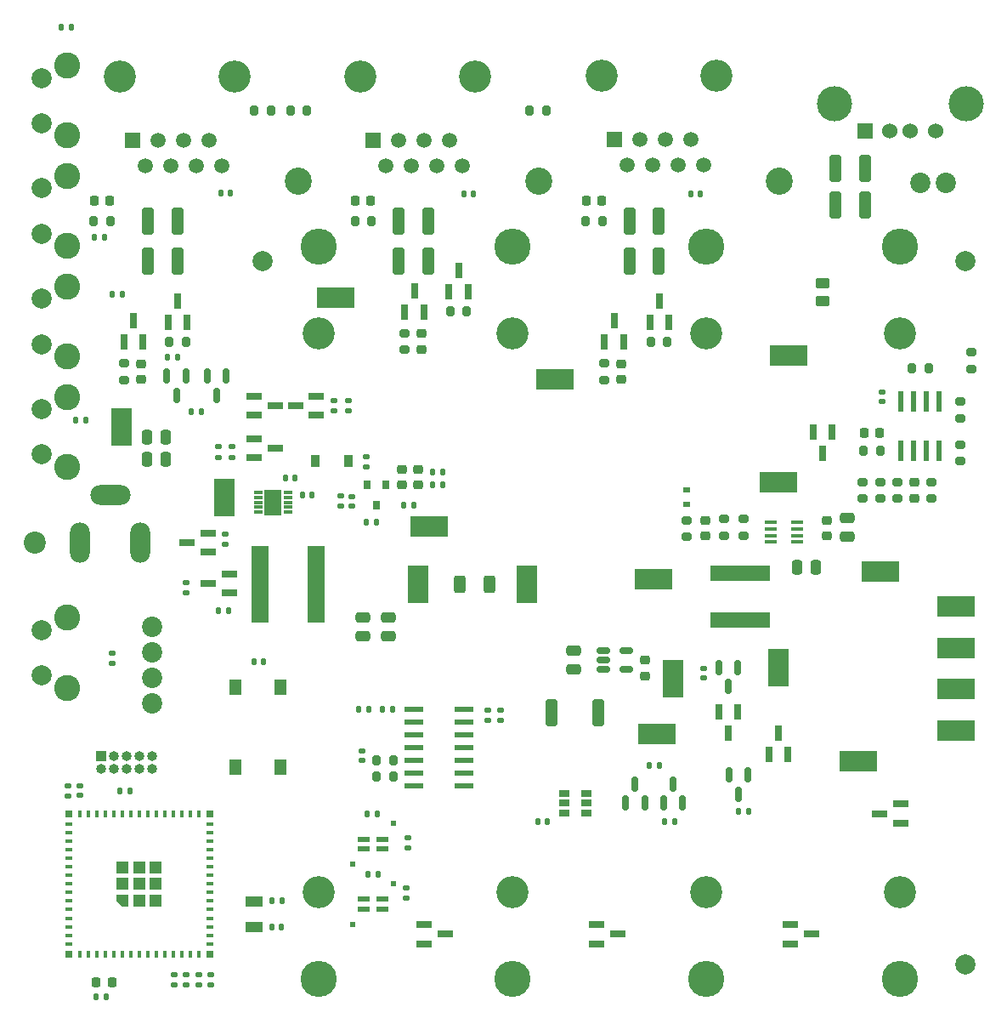
<source format=gts>
G04 #@! TF.GenerationSoftware,KiCad,Pcbnew,(6.0.6)*
G04 #@! TF.CreationDate,2023-10-25T22:22:06+02:00*
G04 #@! TF.ProjectId,SHS_DCDC,5348535f-4443-4444-932e-6b696361645f,rev?*
G04 #@! TF.SameCoordinates,Original*
G04 #@! TF.FileFunction,Soldermask,Top*
G04 #@! TF.FilePolarity,Negative*
%FSLAX46Y46*%
G04 Gerber Fmt 4.6, Leading zero omitted, Abs format (unit mm)*
G04 Created by KiCad (PCBNEW (6.0.6)) date 2023-10-25 22:22:06*
%MOMM*%
%LPD*%
G01*
G04 APERTURE LIST*
G04 Aperture macros list*
%AMRoundRect*
0 Rectangle with rounded corners*
0 $1 Rounding radius*
0 $2 $3 $4 $5 $6 $7 $8 $9 X,Y pos of 4 corners*
0 Add a 4 corners polygon primitive as box body*
4,1,4,$2,$3,$4,$5,$6,$7,$8,$9,$2,$3,0*
0 Add four circle primitives for the rounded corners*
1,1,$1+$1,$2,$3*
1,1,$1+$1,$4,$5*
1,1,$1+$1,$6,$7*
1,1,$1+$1,$8,$9*
0 Add four rect primitives between the rounded corners*
20,1,$1+$1,$2,$3,$4,$5,0*
20,1,$1+$1,$4,$5,$6,$7,0*
20,1,$1+$1,$6,$7,$8,$9,0*
20,1,$1+$1,$8,$9,$2,$3,0*%
%AMFreePoly0*
4,1,6,0.600000,-0.600000,-0.600000,-0.600000,-0.600000,0.000000,0.000000,0.600000,0.600000,0.600000,0.600000,-0.600000,0.600000,-0.600000,$1*%
G04 Aperture macros list end*
%ADD10R,2.030000X3.800000*%
%ADD11C,2.700000*%
%ADD12C,2.000000*%
%ADD13RoundRect,0.200000X-0.275000X0.200000X-0.275000X-0.200000X0.275000X-0.200000X0.275000X0.200000X0*%
%ADD14RoundRect,0.070000X0.300000X-0.650000X0.300000X0.650000X-0.300000X0.650000X-0.300000X-0.650000X0*%
%ADD15RoundRect,0.225000X0.225000X0.250000X-0.225000X0.250000X-0.225000X-0.250000X0.225000X-0.250000X0*%
%ADD16RoundRect,0.250000X0.325000X1.100000X-0.325000X1.100000X-0.325000X-1.100000X0.325000X-1.100000X0*%
%ADD17RoundRect,0.140000X-0.140000X-0.170000X0.140000X-0.170000X0.140000X0.170000X-0.140000X0.170000X0*%
%ADD18R,1.060000X0.650000*%
%ADD19RoundRect,0.250000X0.362500X1.075000X-0.362500X1.075000X-0.362500X-1.075000X0.362500X-1.075000X0*%
%ADD20RoundRect,0.225000X-0.250000X0.225000X-0.250000X-0.225000X0.250000X-0.225000X0.250000X0.225000X0*%
%ADD21RoundRect,0.200000X0.200000X0.275000X-0.200000X0.275000X-0.200000X-0.275000X0.200000X-0.275000X0*%
%ADD22R,0.600000X2.000000*%
%ADD23RoundRect,0.140000X-0.170000X0.140000X-0.170000X-0.140000X0.170000X-0.140000X0.170000X0.140000X0*%
%ADD24RoundRect,0.200000X-0.200000X-0.275000X0.200000X-0.275000X0.200000X0.275000X-0.200000X0.275000X0*%
%ADD25RoundRect,0.200000X0.275000X-0.200000X0.275000X0.200000X-0.275000X0.200000X-0.275000X-0.200000X0*%
%ADD26R,1.200000X0.400000*%
%ADD27RoundRect,0.250000X-0.250000X-0.475000X0.250000X-0.475000X0.250000X0.475000X-0.250000X0.475000X0*%
%ADD28RoundRect,0.250000X-0.475000X0.250000X-0.475000X-0.250000X0.475000X-0.250000X0.475000X0.250000X0*%
%ADD29RoundRect,0.070000X-0.300000X0.650000X-0.300000X-0.650000X0.300000X-0.650000X0.300000X0.650000X0*%
%ADD30RoundRect,0.070000X-0.650000X-0.300000X0.650000X-0.300000X0.650000X0.300000X-0.650000X0.300000X0*%
%ADD31RoundRect,0.070000X0.650000X0.300000X-0.650000X0.300000X-0.650000X-0.300000X0.650000X-0.300000X0*%
%ADD32RoundRect,0.250000X-0.325000X-1.100000X0.325000X-1.100000X0.325000X1.100000X-0.325000X1.100000X0*%
%ADD33RoundRect,0.250000X-0.450000X0.262500X-0.450000X-0.262500X0.450000X-0.262500X0.450000X0.262500X0*%
%ADD34R,5.900000X1.600000*%
%ADD35R,0.800000X0.900000*%
%ADD36RoundRect,0.135000X-0.185000X0.135000X-0.185000X-0.135000X0.185000X-0.135000X0.185000X0.135000X0*%
%ADD37RoundRect,0.135000X0.135000X0.185000X-0.135000X0.185000X-0.135000X-0.185000X0.135000X-0.185000X0*%
%ADD38R,1.800000X7.700000*%
%ADD39RoundRect,0.135000X-0.135000X-0.185000X0.135000X-0.185000X0.135000X0.185000X-0.135000X0.185000X0*%
%ADD40R,0.400000X0.800000*%
%ADD41R,0.800000X0.400000*%
%ADD42R,0.800000X0.800000*%
%ADD43FreePoly0,90.000000*%
%ADD44R,1.200000X1.200000*%
%ADD45RoundRect,0.140000X0.170000X-0.140000X0.170000X0.140000X-0.170000X0.140000X-0.170000X-0.140000X0*%
%ADD46R,3.800000X2.030000*%
%ADD47RoundRect,0.135000X0.185000X-0.135000X0.185000X0.135000X-0.185000X0.135000X-0.185000X-0.135000X0*%
%ADD48RoundRect,0.250000X0.312500X0.625000X-0.312500X0.625000X-0.312500X-0.625000X0.312500X-0.625000X0*%
%ADD49R,0.900000X1.200000*%
%ADD50R,1.970000X0.600000*%
%ADD51RoundRect,0.150000X0.150000X-0.587500X0.150000X0.587500X-0.150000X0.587500X-0.150000X-0.587500X0*%
%ADD52RoundRect,0.140000X0.140000X0.170000X-0.140000X0.170000X-0.140000X-0.170000X0.140000X-0.170000X0*%
%ADD53RoundRect,0.250000X0.475000X-0.250000X0.475000X0.250000X-0.475000X0.250000X-0.475000X-0.250000X0*%
%ADD54RoundRect,0.225000X0.250000X-0.225000X0.250000X0.225000X-0.250000X0.225000X-0.250000X-0.225000X0*%
%ADD55C,0.610000*%
%ADD56RoundRect,0.250000X0.250000X0.475000X-0.250000X0.475000X-0.250000X-0.475000X0.250000X-0.475000X0*%
%ADD57R,1.200000X0.600000*%
%ADD58R,0.700000X0.600000*%
%ADD59RoundRect,0.150000X-0.150000X0.587500X-0.150000X-0.587500X0.150000X-0.587500X0.150000X0.587500X0*%
%ADD60R,1.800000X1.000000*%
%ADD61RoundRect,0.150000X-0.512500X-0.150000X0.512500X-0.150000X0.512500X0.150000X-0.512500X0.150000X0*%
%ADD62RoundRect,0.009000X0.416000X0.141000X-0.416000X0.141000X-0.416000X-0.141000X0.416000X-0.141000X0*%
%ADD63R,1.700000X2.550000*%
%ADD64R,1.300000X1.550000*%
%ADD65R,1.524000X1.524000*%
%ADD66C,1.524000*%
%ADD67C,3.500000*%
%ADD68C,2.200000*%
%ADD69O,2.000000X4.000000*%
%ADD70O,4.000000X2.000000*%
%ADD71C,2.600000*%
%ADD72R,1.000000X1.000000*%
%ADD73O,1.000000X1.000000*%
%ADD74C,3.200000*%
%ADD75R,1.500000X1.500000*%
%ADD76C,1.500000*%
%ADD77C,2.020000*%
%ADD78C,3.600000*%
G04 APERTURE END LIST*
D10*
X65900000Y-66600000D03*
D11*
X76500000Y-17000000D03*
X52500000Y-17000000D03*
X28500000Y-17000000D03*
D12*
X25000000Y-25000000D03*
X95000000Y-25000000D03*
X95000000Y-95000000D03*
D13*
X11200000Y-35175000D03*
X11200000Y-36825000D03*
D14*
X11150000Y-33050000D03*
X13050000Y-33050000D03*
X12100000Y-30950000D03*
X15550000Y-31050000D03*
X17450000Y-31050000D03*
X16500000Y-28950000D03*
D15*
X9775000Y-19000000D03*
X8225000Y-19000000D03*
D16*
X16475000Y-25000000D03*
X13525000Y-25000000D03*
X16475000Y-21000000D03*
X13525000Y-21000000D03*
D17*
X52420000Y-80800000D03*
X53380000Y-80800000D03*
D18*
X57200000Y-79900000D03*
X57200000Y-78950000D03*
X57200000Y-78000000D03*
X55000000Y-78000000D03*
X55000000Y-78950000D03*
X55000000Y-79900000D03*
D19*
X58412500Y-69950000D03*
X53787500Y-69950000D03*
D20*
X12900000Y-35225000D03*
X12900000Y-36775000D03*
D21*
X35825000Y-21000000D03*
X34175000Y-21000000D03*
D20*
X40800000Y-32225000D03*
X40800000Y-33775000D03*
D16*
X41475000Y-21000000D03*
X38525000Y-21000000D03*
X41475000Y-25000000D03*
X38525000Y-25000000D03*
D15*
X35775000Y-19000000D03*
X34225000Y-19000000D03*
X58775000Y-19000000D03*
X57225000Y-19000000D03*
D20*
X60700000Y-35225000D03*
X60700000Y-36775000D03*
D16*
X64475000Y-21000000D03*
X61525000Y-21000000D03*
X64475000Y-25000000D03*
X61525000Y-25000000D03*
D14*
X43550000Y-28050000D03*
X45450000Y-28050000D03*
X44500000Y-25950000D03*
X59050000Y-33050000D03*
X60950000Y-33050000D03*
X60000000Y-30950000D03*
X63550000Y-31050000D03*
X65450000Y-31050000D03*
X64500000Y-28950000D03*
D13*
X39100000Y-32175000D03*
X39100000Y-33825000D03*
D21*
X45325000Y-30000000D03*
X43675000Y-30000000D03*
D13*
X59000000Y-35175000D03*
X59000000Y-36825000D03*
D21*
X65325000Y-33000000D03*
X63675000Y-33000000D03*
X17325000Y-33000000D03*
X15675000Y-33000000D03*
D14*
X39150000Y-30050000D03*
X41050000Y-30050000D03*
X40100000Y-27950000D03*
D21*
X9825000Y-21000000D03*
X8175000Y-21000000D03*
X58825000Y-21000000D03*
X57175000Y-21000000D03*
D22*
X88595000Y-43850000D03*
X89865000Y-43850000D03*
X91135000Y-43850000D03*
X92405000Y-43850000D03*
X92405000Y-38950000D03*
X91135000Y-38950000D03*
X89865000Y-38950000D03*
X88595000Y-38950000D03*
D23*
X86700000Y-38020000D03*
X86700000Y-38980000D03*
D20*
X89900000Y-47025000D03*
X89900000Y-48575000D03*
D13*
X88200000Y-46975000D03*
X88200000Y-48625000D03*
D24*
X84875000Y-43900000D03*
X86525000Y-43900000D03*
D25*
X95600000Y-35725000D03*
X95600000Y-34075000D03*
X94500000Y-40625000D03*
X94500000Y-38975000D03*
D13*
X94500000Y-43275000D03*
X94500000Y-44925000D03*
D25*
X91600000Y-48625000D03*
X91600000Y-46975000D03*
D26*
X78200000Y-52975000D03*
X78200000Y-52325000D03*
X78200000Y-51675000D03*
X78200000Y-51025000D03*
X75600000Y-51025000D03*
X75600000Y-51675000D03*
X75600000Y-52325000D03*
X75600000Y-52975000D03*
D27*
X78200000Y-55500000D03*
X80100000Y-55500000D03*
D25*
X72900000Y-52325000D03*
X72900000Y-50675000D03*
X71000000Y-52325000D03*
X71000000Y-50675000D03*
D28*
X83200000Y-50550000D03*
X83200000Y-52450000D03*
D20*
X81200000Y-50825000D03*
X81200000Y-52375000D03*
D29*
X81750000Y-42050000D03*
X79850000Y-42050000D03*
X80800000Y-44150000D03*
D30*
X77550000Y-91050000D03*
X77550000Y-92950000D03*
X79650000Y-92000000D03*
X58250000Y-91050000D03*
X58250000Y-92950000D03*
X60350000Y-92000000D03*
D31*
X88550000Y-80950000D03*
X88550000Y-79050000D03*
X86450000Y-80000000D03*
D24*
X89675000Y-35700000D03*
X91325000Y-35700000D03*
D15*
X86475000Y-42100000D03*
X84925000Y-42100000D03*
D32*
X82025000Y-19400000D03*
X84975000Y-19400000D03*
D33*
X80800000Y-27187500D03*
X80800000Y-29012500D03*
D32*
X82025000Y-15800000D03*
X84975000Y-15800000D03*
D34*
X72600000Y-56050000D03*
X72600000Y-60750000D03*
D30*
X41050000Y-91050000D03*
X41050000Y-92950000D03*
X43150000Y-92000000D03*
D17*
X27245000Y-46600000D03*
X28205000Y-46600000D03*
D35*
X37260000Y-47300000D03*
X35360000Y-47300000D03*
X36310000Y-49300000D03*
D36*
X35310000Y-44490000D03*
X35310000Y-45510000D03*
D28*
X35000000Y-60450000D03*
X35000000Y-62350000D03*
D37*
X42910000Y-47300000D03*
X41890000Y-47300000D03*
D38*
X30300000Y-57200000D03*
X24700000Y-57200000D03*
D39*
X41890000Y-46000000D03*
X42910000Y-46000000D03*
X39000000Y-49300000D03*
X40020000Y-49300000D03*
D28*
X37500000Y-60450000D03*
X37500000Y-62350000D03*
D40*
X6750000Y-94000000D03*
X7600000Y-94000000D03*
X8450000Y-94000000D03*
X9300000Y-94000000D03*
X10150000Y-94000000D03*
X11000000Y-94000000D03*
X11850000Y-94000000D03*
X12700000Y-94000000D03*
X13550000Y-94000000D03*
X14400000Y-94000000D03*
X15250000Y-94000000D03*
X16100000Y-94000000D03*
X16950000Y-94000000D03*
X17800000Y-94000000D03*
X18650000Y-94000000D03*
D41*
X19700000Y-92950000D03*
X19700000Y-92100000D03*
X19700000Y-91250000D03*
X19700000Y-90400000D03*
X19700000Y-89550000D03*
X19700000Y-88700000D03*
X19700000Y-87850000D03*
X19700000Y-87000000D03*
X19700000Y-86150000D03*
X19700000Y-85300000D03*
X19700000Y-84450000D03*
X19700000Y-83600000D03*
X19700000Y-82750000D03*
X19700000Y-81900000D03*
X19700000Y-81050000D03*
D40*
X18650000Y-80000000D03*
X17800000Y-80000000D03*
X16950000Y-80000000D03*
X16100000Y-80000000D03*
X15250000Y-80000000D03*
X14400000Y-80000000D03*
X13550000Y-80000000D03*
X12700000Y-80000000D03*
X11850000Y-80000000D03*
X11000000Y-80000000D03*
X10150000Y-80000000D03*
X9300000Y-80000000D03*
X8450000Y-80000000D03*
X7600000Y-80000000D03*
X6750000Y-80000000D03*
D41*
X5700000Y-83600000D03*
D42*
X5700000Y-94000000D03*
D43*
X11050000Y-88650000D03*
D41*
X5700000Y-81900000D03*
D42*
X19700000Y-80000000D03*
D44*
X12700000Y-88650000D03*
D41*
X5700000Y-82750000D03*
D42*
X5700000Y-80050000D03*
D44*
X11050000Y-87000000D03*
X14350000Y-87000000D03*
X11050000Y-85350000D03*
D41*
X5700000Y-87000000D03*
D44*
X12700000Y-87000000D03*
X14350000Y-88650000D03*
D41*
X5700000Y-92100000D03*
X5700000Y-87850000D03*
D44*
X12700000Y-85350000D03*
D41*
X5700000Y-81050000D03*
X5700000Y-86150000D03*
X5700000Y-92950000D03*
X5700000Y-90400000D03*
X5700000Y-91250000D03*
D44*
X14350000Y-85350000D03*
D41*
X5700000Y-89550000D03*
X5700000Y-85300000D03*
X5700000Y-84450000D03*
D42*
X19700000Y-94000000D03*
D41*
X5700000Y-88700000D03*
D15*
X9975000Y-96800000D03*
X8425000Y-96800000D03*
D45*
X6800000Y-78180000D03*
X6800000Y-77220000D03*
D46*
X32300000Y-28600000D03*
D47*
X32800000Y-49410000D03*
X32800000Y-48390000D03*
D46*
X64300000Y-72100000D03*
D45*
X10000000Y-65000000D03*
X10000000Y-64040000D03*
D48*
X47562500Y-57200000D03*
X44637500Y-57200000D03*
D49*
X30250000Y-44900000D03*
X33550000Y-44900000D03*
D50*
X40095000Y-69590000D03*
X40095000Y-70860000D03*
X40095000Y-72130000D03*
X40095000Y-73400000D03*
X40095000Y-74670000D03*
X40095000Y-75940000D03*
X40095000Y-77210000D03*
X45045000Y-77210000D03*
X45045000Y-75940000D03*
X45045000Y-74670000D03*
X45045000Y-73400000D03*
X45045000Y-72130000D03*
X45045000Y-70860000D03*
X45045000Y-69590000D03*
D20*
X63100000Y-64725000D03*
X63100000Y-66275000D03*
D21*
X29425000Y-10000000D03*
X27775000Y-10000000D03*
D37*
X5910000Y-1700000D03*
X4890000Y-1700000D03*
D23*
X34900000Y-73720000D03*
X34900000Y-74680000D03*
D36*
X21900000Y-43490000D03*
X21900000Y-44510000D03*
D46*
X84300000Y-74800000D03*
D51*
X64950000Y-78937500D03*
X66850000Y-78937500D03*
X65900000Y-77062500D03*
D46*
X77400000Y-34400000D03*
D52*
X9380000Y-98200000D03*
X8420000Y-98200000D03*
D53*
X56000000Y-65650000D03*
X56000000Y-63750000D03*
D54*
X69100000Y-52375000D03*
X69100000Y-50825000D03*
D37*
X36510000Y-86000000D03*
X35490000Y-86000000D03*
D24*
X24175000Y-10000000D03*
X25825000Y-10000000D03*
D55*
X38050000Y-86950000D03*
X33950000Y-91050000D03*
D46*
X94100000Y-63500000D03*
D56*
X15350000Y-42500000D03*
X13450000Y-42500000D03*
D46*
X94100000Y-71700000D03*
D37*
X11010000Y-28300000D03*
X9990000Y-28300000D03*
D46*
X54100000Y-36800000D03*
D10*
X76400000Y-65500000D03*
D23*
X68900000Y-65520000D03*
X68900000Y-66480000D03*
D57*
X35100000Y-89475000D03*
X36900000Y-89475000D03*
X36900000Y-88525000D03*
X35100000Y-88525000D03*
D46*
X41600000Y-51400000D03*
D29*
X72350000Y-69900000D03*
X70450000Y-69900000D03*
X71400000Y-72000000D03*
D17*
X25920000Y-91300000D03*
X26880000Y-91300000D03*
X20820000Y-18200000D03*
X21780000Y-18200000D03*
X67620000Y-18300000D03*
X68580000Y-18300000D03*
D58*
X67200000Y-47800000D03*
X67200000Y-49200000D03*
D59*
X21350000Y-36462500D03*
X19450000Y-36462500D03*
X20400000Y-38337500D03*
D46*
X94100000Y-67600000D03*
D14*
X75450000Y-74100000D03*
X77350000Y-74100000D03*
X76400000Y-72000000D03*
D59*
X73350000Y-76162500D03*
X71450000Y-76162500D03*
X72400000Y-78037500D03*
D46*
X76400000Y-47000000D03*
D30*
X24150000Y-42650000D03*
X24150000Y-44550000D03*
X26250000Y-43600000D03*
D21*
X37995000Y-76300000D03*
X36345000Y-76300000D03*
D37*
X21610000Y-59800000D03*
X20590000Y-59800000D03*
D54*
X38900000Y-47275000D03*
X38900000Y-45725000D03*
D10*
X40500000Y-57200000D03*
D37*
X64510000Y-75200000D03*
X63490000Y-75200000D03*
D30*
X24150000Y-38450000D03*
X24150000Y-40350000D03*
X26250000Y-39400000D03*
D60*
X24100000Y-88750000D03*
X24100000Y-91250000D03*
D31*
X19550000Y-53950000D03*
X19550000Y-52050000D03*
X17450000Y-53000000D03*
D36*
X39300000Y-87390000D03*
X39300000Y-88410000D03*
D17*
X25940000Y-88700000D03*
X26900000Y-88700000D03*
D21*
X53225000Y-10000000D03*
X51575000Y-10000000D03*
D36*
X5600000Y-77190000D03*
X5600000Y-78210000D03*
X19800000Y-95990000D03*
X19800000Y-97010000D03*
D10*
X10900000Y-41500000D03*
D55*
X38050000Y-80950000D03*
X33950000Y-85050000D03*
D51*
X61150000Y-78937500D03*
X63050000Y-78937500D03*
X62100000Y-77062500D03*
D24*
X36345000Y-74700000D03*
X37995000Y-74700000D03*
D54*
X40500000Y-47275000D03*
X40500000Y-45725000D03*
D17*
X72420000Y-79800000D03*
X73380000Y-79800000D03*
D36*
X21300000Y-52190000D03*
X21300000Y-53210000D03*
D47*
X17400000Y-97010000D03*
X17400000Y-95990000D03*
D59*
X17350000Y-36462500D03*
X15450000Y-36462500D03*
X16400000Y-38337500D03*
D61*
X58962500Y-63750000D03*
X58962500Y-64700000D03*
X58962500Y-65650000D03*
X61237500Y-65650000D03*
X61237500Y-63750000D03*
D37*
X66010000Y-80800000D03*
X64990000Y-80800000D03*
X35580000Y-69600000D03*
X34560000Y-69600000D03*
X9210000Y-22600000D03*
X8190000Y-22600000D03*
D10*
X51300000Y-57200000D03*
D47*
X20600000Y-44510000D03*
X20600000Y-43490000D03*
D46*
X86500000Y-55900000D03*
D25*
X86500000Y-48625000D03*
X86500000Y-46975000D03*
D37*
X7410000Y-40800000D03*
X6390000Y-40800000D03*
D17*
X28945000Y-48300000D03*
X29905000Y-48300000D03*
D23*
X33500000Y-38920000D03*
X33500000Y-39880000D03*
D56*
X15350000Y-44700000D03*
X13450000Y-44700000D03*
D23*
X33900000Y-48420000D03*
X33900000Y-49380000D03*
D31*
X21650000Y-58050000D03*
X21650000Y-56150000D03*
X19550000Y-57100000D03*
D17*
X45020000Y-18300000D03*
X45980000Y-18300000D03*
D13*
X67200000Y-50775000D03*
X67200000Y-52425000D03*
D47*
X18650000Y-97010000D03*
X18650000Y-95990000D03*
D36*
X17400000Y-56990000D03*
X17400000Y-58010000D03*
D10*
X21200000Y-48500000D03*
D52*
X25080000Y-64900000D03*
X24120000Y-64900000D03*
D39*
X17890000Y-40000000D03*
X18910000Y-40000000D03*
X35300000Y-51000000D03*
X36320000Y-51000000D03*
X15490000Y-34600000D03*
X16510000Y-34600000D03*
D59*
X72350000Y-65462500D03*
X70450000Y-65462500D03*
X71400000Y-67337500D03*
D47*
X32100000Y-39910000D03*
X32100000Y-38890000D03*
D39*
X10790000Y-77700000D03*
X11810000Y-77700000D03*
D62*
X27500000Y-50000000D03*
X27500000Y-49500000D03*
X27500000Y-49000000D03*
X27500000Y-48500000D03*
X24550000Y-48000000D03*
X24550000Y-48500000D03*
X27500000Y-48000000D03*
X24550000Y-49000000D03*
X24550000Y-49500000D03*
X24550000Y-50000000D03*
D63*
X26025000Y-49000000D03*
D47*
X47400000Y-70710000D03*
X47400000Y-69690000D03*
D36*
X16200000Y-95990000D03*
X16200000Y-97010000D03*
D46*
X94100000Y-59400000D03*
D36*
X39500000Y-82390000D03*
X39500000Y-83410000D03*
D46*
X63900000Y-56700000D03*
D57*
X35100000Y-83475000D03*
X36900000Y-83475000D03*
X36900000Y-82525000D03*
X35100000Y-82525000D03*
D31*
X30350000Y-40350000D03*
X30350000Y-38450000D03*
X28250000Y-39400000D03*
D36*
X48700000Y-69690000D03*
X48700000Y-70710000D03*
D37*
X37980000Y-69600000D03*
X36960000Y-69600000D03*
D13*
X84800000Y-46975000D03*
X84800000Y-48625000D03*
D37*
X36410000Y-80000000D03*
X35390000Y-80000000D03*
D64*
X22240000Y-75335000D03*
X22240000Y-67385000D03*
X26740000Y-75335000D03*
X26740000Y-67385000D03*
D65*
X85000000Y-12000000D03*
D66*
X87500000Y-12000000D03*
X89500000Y-12000000D03*
X92000000Y-12000000D03*
D67*
X81930000Y-9290000D03*
X95070000Y-9290000D03*
D68*
X2312500Y-53000000D03*
D69*
X12812500Y-53000000D03*
X6812500Y-53000000D03*
D70*
X9812500Y-48300000D03*
D12*
X3000000Y-33250000D03*
X3000000Y-28750000D03*
D71*
X5500000Y-34500000D03*
X5500000Y-27500000D03*
D72*
X8930000Y-74300000D03*
D73*
X8930000Y-75570000D03*
X10200000Y-74300000D03*
X10200000Y-75570000D03*
X11470000Y-74300000D03*
X11470000Y-75570000D03*
X12740000Y-74300000D03*
X12740000Y-75570000D03*
X14010000Y-74300000D03*
X14010000Y-75570000D03*
D12*
X3000000Y-22250000D03*
X3000000Y-17750000D03*
D71*
X5500000Y-23500000D03*
X5500000Y-16500000D03*
D74*
X22160000Y-6650000D03*
X10730000Y-6650000D03*
D75*
X12000000Y-13000000D03*
D76*
X13270000Y-15540000D03*
X14540000Y-13000000D03*
X15810000Y-15540000D03*
X17080000Y-13000000D03*
X18350000Y-15540000D03*
X19620000Y-13000000D03*
X20890000Y-15540000D03*
D77*
X93065000Y-17200000D03*
X90525000Y-17200000D03*
D74*
X34730000Y-6650000D03*
X46160000Y-6650000D03*
D75*
X36000000Y-13000000D03*
D76*
X37270000Y-15540000D03*
X38540000Y-13000000D03*
X39810000Y-15540000D03*
X41080000Y-13000000D03*
X42350000Y-15540000D03*
X43620000Y-13000000D03*
X44890000Y-15540000D03*
D12*
X3000000Y-11250000D03*
X3000000Y-6750000D03*
D71*
X5500000Y-12500000D03*
X5500000Y-5500000D03*
D12*
X3000000Y-44250000D03*
X3000000Y-39750000D03*
D71*
X5500000Y-45500000D03*
X5500000Y-38500000D03*
D12*
X3000000Y-66250000D03*
X3000000Y-61750000D03*
D71*
X5500000Y-67500000D03*
X5500000Y-60500000D03*
D77*
X14000000Y-69000000D03*
X14000000Y-66460000D03*
X14000000Y-63920000D03*
X14000000Y-61380000D03*
D74*
X58730000Y-6550000D03*
X70160000Y-6550000D03*
D75*
X60000000Y-12900000D03*
D76*
X61270000Y-15440000D03*
X62540000Y-12900000D03*
X63810000Y-15440000D03*
X65080000Y-12900000D03*
X66350000Y-15440000D03*
X67620000Y-12900000D03*
X68890000Y-15440000D03*
D74*
X88455000Y-32195000D03*
X30555000Y-87805000D03*
X30555000Y-32195000D03*
X49855000Y-87805000D03*
X69155000Y-87805000D03*
X88455000Y-87805000D03*
X69155000Y-32195000D03*
X49855000Y-32195000D03*
D78*
X88455000Y-96450000D03*
X88455000Y-23550000D03*
X69150000Y-96450000D03*
X69150000Y-23550000D03*
X49850000Y-96450000D03*
X49850000Y-23550000D03*
X30545000Y-96450000D03*
X30545000Y-23550000D03*
M02*

</source>
